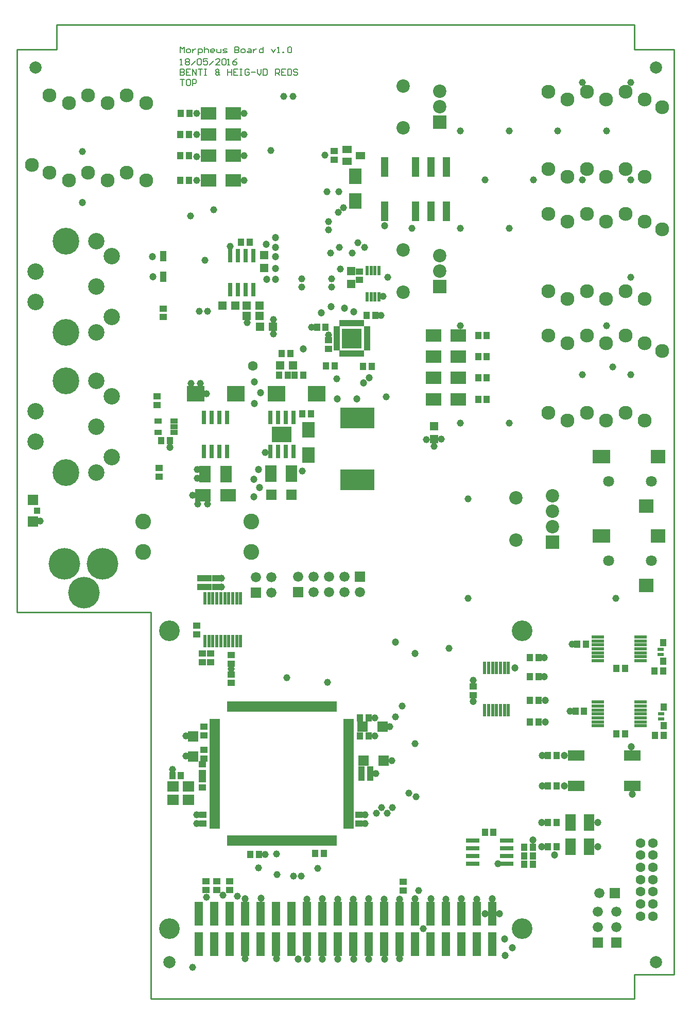
<source format=gts>
G04 Layer_Color=8388736*
%FSLAX25Y25*%
%MOIN*%
G70*
G01*
G75*
%ADD10C,0.03937*%
%ADD47C,0.00787*%
%ADD54C,0.01000*%
%ADD66C,0.06299*%
%ADD74C,0.07087*%
%ADD80C,0.07874*%
%ADD107R,0.03150X0.08661*%
%ADD108R,0.12992X0.10236*%
%ADD109R,0.22047X0.13780*%
%ADD110R,0.04587X0.03987*%
%ADD111R,0.03987X0.04587*%
%ADD112R,0.01969X0.06890*%
%ADD113R,0.06890X0.01969*%
%ADD114R,0.06693X0.06693*%
%ADD115R,0.04331X0.04331*%
%ADD116R,0.04331X0.04724*%
%ADD117R,0.03937X0.02362*%
%ADD118R,0.11187X0.10387*%
%ADD119R,0.06787X0.06787*%
%ADD120R,0.07187X0.10787*%
%ADD121R,0.05787X0.05787*%
%ADD122R,0.05787X0.05787*%
%ADD123R,0.06787X0.06787*%
%ADD124R,0.07874X0.10236*%
%ADD125R,0.06693X0.11024*%
%ADD126R,0.03937X0.07087*%
%ADD127R,0.10236X0.07874*%
%ADD128R,0.06299X0.04724*%
%ADD129R,0.10630X0.07087*%
%ADD130R,0.08661X0.03150*%
%ADD131R,0.02362X0.07874*%
%ADD132R,0.04724X0.03543*%
%ADD133R,0.07480X0.06693*%
%ADD134R,0.02362X0.06102*%
%ADD135R,0.09449X0.09055*%
%ADD136R,0.11417X0.09055*%
%ADD137R,0.07874X0.02362*%
%ADD138R,0.05787X0.15276*%
%ADD139R,0.03937X0.01969*%
%ADD140R,0.01969X0.03937*%
%ADD141R,0.12992X0.12992*%
%ADD142R,0.05158X0.12598*%
%ADD143C,0.20472*%
%ADD144C,0.08661*%
%ADD145R,0.08661X0.08661*%
%ADD146C,0.09055*%
%ADD147C,0.17323*%
%ADD148C,0.10630*%
%ADD149C,0.10236*%
%ADD150C,0.06587*%
%ADD151R,0.06587X0.06587*%
%ADD152R,0.06587X0.06587*%
%ADD153C,0.13386*%
%ADD154C,0.04528*%
%ADD155C,0.04724*%
D10*
X174409Y362008D02*
D03*
X168110D02*
D03*
Y367914D02*
D03*
X174409D02*
D03*
D47*
X105512Y611898D02*
Y615834D01*
X106824Y614522D01*
X108136Y615834D01*
Y611898D01*
X110103D02*
X111415D01*
X112071Y612554D01*
Y613866D01*
X111415Y614522D01*
X110103D01*
X109448Y613866D01*
Y612554D01*
X110103Y611898D01*
X113383Y614522D02*
Y611898D01*
Y613210D01*
X114039Y613866D01*
X114695Y614522D01*
X115351D01*
X117319Y610586D02*
Y614522D01*
X119287D01*
X119943Y613866D01*
Y612554D01*
X119287Y611898D01*
X117319D01*
X121255Y615834D02*
Y611898D01*
Y613866D01*
X121911Y614522D01*
X123223D01*
X123879Y613866D01*
Y611898D01*
X127158D02*
X125847D01*
X125190Y612554D01*
Y613866D01*
X125847Y614522D01*
X127158D01*
X127814Y613866D01*
Y613210D01*
X125190D01*
X129126Y614522D02*
Y612554D01*
X129782Y611898D01*
X131750D01*
Y614522D01*
X133062Y611898D02*
X135030D01*
X135686Y612554D01*
X135030Y613210D01*
X133718D01*
X133062Y613866D01*
X133718Y614522D01*
X135686D01*
X140934Y615834D02*
Y611898D01*
X142901D01*
X143557Y612554D01*
Y613210D01*
X142901Y613866D01*
X140934D01*
X142901D01*
X143557Y614522D01*
Y615178D01*
X142901Y615834D01*
X140934D01*
X145525Y611898D02*
X146837D01*
X147493Y612554D01*
Y613866D01*
X146837Y614522D01*
X145525D01*
X144869Y613866D01*
Y612554D01*
X145525Y611898D01*
X149461Y614522D02*
X150773D01*
X151429Y613866D01*
Y611898D01*
X149461D01*
X148805Y612554D01*
X149461Y613210D01*
X151429D01*
X152741Y614522D02*
Y611898D01*
Y613210D01*
X153397Y613866D01*
X154053Y614522D01*
X154709D01*
X159300Y615834D02*
Y611898D01*
X157332D01*
X156676Y612554D01*
Y613866D01*
X157332Y614522D01*
X159300D01*
X164548D02*
X165860Y611898D01*
X167172Y614522D01*
X168484Y611898D02*
X169796D01*
X169140D01*
Y615834D01*
X168484Y615178D01*
X171763Y611898D02*
Y612554D01*
X172419D01*
Y611898D01*
X171763D01*
X175043Y615178D02*
X175699Y615834D01*
X177011D01*
X177667Y615178D01*
Y612554D01*
X177011Y611898D01*
X175699D01*
X175043Y612554D01*
Y615178D01*
X105512Y603973D02*
X106824D01*
X106168D01*
Y607909D01*
X105512Y607253D01*
X108792D02*
X109448Y607909D01*
X110759D01*
X111415Y607253D01*
Y606597D01*
X110759Y605941D01*
X111415Y605285D01*
Y604629D01*
X110759Y603973D01*
X109448D01*
X108792Y604629D01*
Y605285D01*
X109448Y605941D01*
X108792Y606597D01*
Y607253D01*
X109448Y605941D02*
X110759D01*
X112727Y603973D02*
X115351Y606597D01*
X116663Y607253D02*
X117319Y607909D01*
X118631D01*
X119287Y607253D01*
Y604629D01*
X118631Y603973D01*
X117319D01*
X116663Y604629D01*
Y607253D01*
X123223Y607909D02*
X120599D01*
Y605941D01*
X121911Y606597D01*
X122567D01*
X123223Y605941D01*
Y604629D01*
X122567Y603973D01*
X121255D01*
X120599Y604629D01*
X124535Y603973D02*
X127158Y606597D01*
X131094Y603973D02*
X128470D01*
X131094Y606597D01*
Y607253D01*
X130438Y607909D01*
X129126D01*
X128470Y607253D01*
X132406D02*
X133062Y607909D01*
X134374D01*
X135030Y607253D01*
Y604629D01*
X134374Y603973D01*
X133062D01*
X132406Y604629D01*
Y607253D01*
X136342Y603973D02*
X137654D01*
X136998D01*
Y607909D01*
X136342Y607253D01*
X142245Y607909D02*
X140934Y607253D01*
X139622Y605941D01*
Y604629D01*
X140278Y603973D01*
X141589D01*
X142245Y604629D01*
Y605285D01*
X141589Y605941D01*
X139622D01*
X105512Y601296D02*
Y597361D01*
X107480D01*
X108136Y598017D01*
Y598673D01*
X107480Y599329D01*
X105512D01*
X107480D01*
X108136Y599985D01*
Y600640D01*
X107480Y601296D01*
X105512D01*
X112071D02*
X109448D01*
Y597361D01*
X112071D01*
X109448Y599329D02*
X110759D01*
X113383Y597361D02*
Y601296D01*
X116007Y597361D01*
Y601296D01*
X117319D02*
X119943D01*
X118631D01*
Y597361D01*
X121255Y601296D02*
X122567D01*
X121911D01*
Y597361D01*
X121255D01*
X122567D01*
X131094D02*
X130438Y598017D01*
X129782Y597361D01*
X129126D01*
X128470Y598017D01*
Y598673D01*
X129126Y599329D01*
X128470Y599985D01*
Y600640D01*
X129126Y601296D01*
X129782D01*
X130438Y600640D01*
Y599985D01*
X129782Y599329D01*
X130438Y598673D01*
Y598017D01*
X131094Y599329D02*
X130438Y598673D01*
X129126Y599329D02*
X129782D01*
X136342Y601296D02*
Y597361D01*
Y599329D01*
X138966D01*
Y601296D01*
Y597361D01*
X142901Y601296D02*
X140278D01*
Y597361D01*
X142901D01*
X140278Y599329D02*
X141589D01*
X144213Y601296D02*
X145525D01*
X144869D01*
Y597361D01*
X144213D01*
X145525D01*
X150117Y600640D02*
X149461Y601296D01*
X148149D01*
X147493Y600640D01*
Y598017D01*
X148149Y597361D01*
X149461D01*
X150117Y598017D01*
Y599329D01*
X148805D01*
X151429D02*
X154053D01*
X155365Y601296D02*
Y598673D01*
X156676Y597361D01*
X157988Y598673D01*
Y601296D01*
X159300D02*
Y597361D01*
X161268D01*
X161924Y598017D01*
Y600640D01*
X161268Y601296D01*
X159300D01*
X167172Y597361D02*
Y601296D01*
X169140D01*
X169796Y600640D01*
Y599329D01*
X169140Y598673D01*
X167172D01*
X168484D02*
X169796Y597361D01*
X173731Y601296D02*
X171107D01*
Y597361D01*
X173731D01*
X171107Y599329D02*
X172419D01*
X175043Y601296D02*
Y597361D01*
X177011D01*
X177667Y598017D01*
Y600640D01*
X177011Y601296D01*
X175043D01*
X181603Y600640D02*
X180947Y601296D01*
X179635D01*
X178979Y600640D01*
Y599985D01*
X179635Y599329D01*
X180947D01*
X181603Y598673D01*
Y598017D01*
X180947Y597361D01*
X179635D01*
X178979Y598017D01*
X105512Y594684D02*
X108136D01*
X106824D01*
Y590748D01*
X111415Y594684D02*
X110103D01*
X109448Y594028D01*
Y591404D01*
X110103Y590748D01*
X111415D01*
X112071Y591404D01*
Y594028D01*
X111415Y594684D01*
X113383Y590748D02*
Y594684D01*
X115351D01*
X116007Y594028D01*
Y592716D01*
X115351Y592060D01*
X113383D01*
D54*
X0Y250000D02*
X17717D01*
X0D02*
Y614173D01*
X25591D01*
Y622047D01*
Y629921D01*
X86614Y0D02*
X399606D01*
X86614D02*
Y250000D01*
X17717D02*
X86614D01*
X25591Y629921D02*
X399606D01*
Y614173D02*
Y629921D01*
X425197Y15748D02*
Y614173D01*
X399606D02*
X425197D01*
X399606Y13780D02*
Y15748D01*
X425197D01*
X399606Y0D02*
Y13780D01*
D66*
X403543Y92914D02*
D03*
Y85039D02*
D03*
Y77165D02*
D03*
Y69291D02*
D03*
X411417Y100787D02*
D03*
Y92914D02*
D03*
Y85039D02*
D03*
Y77165D02*
D03*
Y69291D02*
D03*
X403543Y100787D02*
D03*
X411417Y53543D02*
D03*
Y61417D02*
D03*
X403543Y53543D02*
D03*
Y61417D02*
D03*
X152362Y409449D02*
D03*
D74*
X410433Y334646D02*
D03*
X382874D02*
D03*
X410433Y283465D02*
D03*
X382874D02*
D03*
D80*
X11811Y602362D02*
D03*
X98425Y23622D02*
D03*
X413386Y602362D02*
D03*
Y23622D02*
D03*
D107*
X178760Y375985D02*
D03*
X173760D02*
D03*
X168760D02*
D03*
X163760D02*
D03*
Y353937D02*
D03*
X168760D02*
D03*
X173760D02*
D03*
X178760D02*
D03*
X137776Y458661D02*
D03*
X142776D02*
D03*
X147776D02*
D03*
X152776D02*
D03*
Y480709D02*
D03*
X147776D02*
D03*
X142776D02*
D03*
X137776D02*
D03*
X135846Y375984D02*
D03*
X130847D02*
D03*
X125847D02*
D03*
X120846D02*
D03*
Y353937D02*
D03*
X125847D02*
D03*
X130847D02*
D03*
X135846D02*
D03*
D108*
X171260Y364961D02*
D03*
D109*
X220079Y375591D02*
D03*
Y335827D02*
D03*
D110*
X129165Y70428D02*
D03*
Y76028D02*
D03*
X122047D02*
D03*
Y70428D02*
D03*
X137401Y70428D02*
D03*
Y76028D02*
D03*
X250000Y70035D02*
D03*
Y75635D02*
D03*
X120079Y118942D02*
D03*
Y113342D02*
D03*
X120866Y176028D02*
D03*
Y170428D02*
D03*
X120866Y155468D02*
D03*
Y161068D02*
D03*
X221260Y118942D02*
D03*
Y113342D02*
D03*
X119685Y151619D02*
D03*
Y146019D02*
D03*
X118898Y266491D02*
D03*
Y272091D02*
D03*
X123622Y266491D02*
D03*
Y272091D02*
D03*
X128347Y266491D02*
D03*
Y272091D02*
D03*
X201575Y420428D02*
D03*
Y426028D02*
D03*
X295276Y202013D02*
D03*
Y196413D02*
D03*
X119685Y136570D02*
D03*
Y142170D02*
D03*
X94488Y440901D02*
D03*
Y446501D02*
D03*
X125197Y217672D02*
D03*
Y223272D02*
D03*
X119685D02*
D03*
Y217672D02*
D03*
X116142Y241383D02*
D03*
Y235783D02*
D03*
X138583Y209887D02*
D03*
Y204287D02*
D03*
X138583Y216885D02*
D03*
Y222485D02*
D03*
X205142Y548304D02*
D03*
Y542704D02*
D03*
X91732Y343351D02*
D03*
Y337751D02*
D03*
X221654Y470517D02*
D03*
Y464917D02*
D03*
X90551Y384208D02*
D03*
Y389808D02*
D03*
D111*
X150743Y93307D02*
D03*
X156343D02*
D03*
X308312Y107874D02*
D03*
X302712D02*
D03*
X184601Y378346D02*
D03*
X190201D02*
D03*
X100350Y144488D02*
D03*
X105950D02*
D03*
X192869Y94095D02*
D03*
X198469D02*
D03*
X222003Y170079D02*
D03*
X227603D02*
D03*
X222791Y143307D02*
D03*
X228391D02*
D03*
X222791Y148031D02*
D03*
X228391D02*
D03*
X222003Y181890D02*
D03*
X227603D02*
D03*
X176816Y417323D02*
D03*
X171216D02*
D03*
X205556Y409449D02*
D03*
X199956D02*
D03*
X387751Y171260D02*
D03*
X393351D02*
D03*
X418548Y170473D02*
D03*
X412948D02*
D03*
X387751Y213780D02*
D03*
X393351D02*
D03*
X418154Y212205D02*
D03*
X412554D02*
D03*
X98863Y361023D02*
D03*
X93263D02*
D03*
X333903Y87008D02*
D03*
X328303D02*
D03*
X333902Y92520D02*
D03*
X328302D02*
D03*
X333902Y98032D02*
D03*
X328302D02*
D03*
X185083Y403346D02*
D03*
X179483D02*
D03*
X169641Y403346D02*
D03*
X175241D02*
D03*
X150438Y489370D02*
D03*
X144838D02*
D03*
X343657Y114173D02*
D03*
X349257D02*
D03*
X343657Y98425D02*
D03*
X349257D02*
D03*
X343657Y137795D02*
D03*
X349257D02*
D03*
X343657Y157480D02*
D03*
X349257D02*
D03*
X361373Y186221D02*
D03*
X366973D02*
D03*
X362554Y229528D02*
D03*
X368154D02*
D03*
X303981Y387795D02*
D03*
X298381D02*
D03*
X303981Y401575D02*
D03*
X298381D02*
D03*
X303981Y415354D02*
D03*
X298381D02*
D03*
X223972Y409055D02*
D03*
X229572D02*
D03*
X226334Y442126D02*
D03*
X231934D02*
D03*
X194050Y434252D02*
D03*
X199650D02*
D03*
X303981Y429134D02*
D03*
X298381D02*
D03*
X105468Y559055D02*
D03*
X111068D02*
D03*
X105468Y529528D02*
D03*
X111068D02*
D03*
X105861Y572835D02*
D03*
X111461D02*
D03*
X105468Y545275D02*
D03*
X111068D02*
D03*
X337446Y179134D02*
D03*
X331846D02*
D03*
X337446Y192913D02*
D03*
X331846D02*
D03*
X337446Y208268D02*
D03*
X331846D02*
D03*
X337446Y220866D02*
D03*
X331846D02*
D03*
D112*
X205709Y102362D02*
D03*
X203740D02*
D03*
X201772D02*
D03*
X199803D02*
D03*
X197835D02*
D03*
X195866D02*
D03*
X193898D02*
D03*
X191929D02*
D03*
X189961D02*
D03*
X187992D02*
D03*
X186024D02*
D03*
X184055D02*
D03*
X182087D02*
D03*
X180118D02*
D03*
X178150D02*
D03*
X176181D02*
D03*
X174213D02*
D03*
X172244D02*
D03*
X170276D02*
D03*
X168307D02*
D03*
X166339D02*
D03*
X164370D02*
D03*
X162402D02*
D03*
X160433D02*
D03*
X158465D02*
D03*
X156496D02*
D03*
X154528D02*
D03*
X152559D02*
D03*
X150591D02*
D03*
X148622D02*
D03*
X146653D02*
D03*
X144685D02*
D03*
X142717D02*
D03*
X140748D02*
D03*
X138779D02*
D03*
X136811D02*
D03*
Y188976D02*
D03*
X138779D02*
D03*
X140748D02*
D03*
X142717D02*
D03*
X144685D02*
D03*
X146653D02*
D03*
X148622D02*
D03*
X150591D02*
D03*
X152559D02*
D03*
X154528D02*
D03*
X156496D02*
D03*
X158465D02*
D03*
X160433D02*
D03*
X162402D02*
D03*
X164370D02*
D03*
X166339D02*
D03*
X168307D02*
D03*
X170276D02*
D03*
X172244D02*
D03*
X174213D02*
D03*
X176181D02*
D03*
X178150D02*
D03*
X180118D02*
D03*
X182087D02*
D03*
X184055D02*
D03*
X186024D02*
D03*
X187992D02*
D03*
X189961D02*
D03*
X191929D02*
D03*
X193898D02*
D03*
X195866D02*
D03*
X197835D02*
D03*
X199803D02*
D03*
X201772D02*
D03*
X203740D02*
D03*
X205709D02*
D03*
D113*
X127953Y111221D02*
D03*
Y113189D02*
D03*
Y115157D02*
D03*
Y117126D02*
D03*
Y119095D02*
D03*
Y121063D02*
D03*
Y123031D02*
D03*
Y125000D02*
D03*
Y126969D02*
D03*
Y128937D02*
D03*
Y130905D02*
D03*
Y132874D02*
D03*
Y134843D02*
D03*
Y136811D02*
D03*
Y138779D02*
D03*
Y140748D02*
D03*
Y142717D02*
D03*
Y144685D02*
D03*
Y146653D02*
D03*
Y148622D02*
D03*
Y150591D02*
D03*
Y152559D02*
D03*
Y154527D02*
D03*
Y156496D02*
D03*
Y158465D02*
D03*
Y160433D02*
D03*
Y162401D02*
D03*
Y164370D02*
D03*
Y166339D02*
D03*
Y168307D02*
D03*
Y170275D02*
D03*
Y172244D02*
D03*
Y174213D02*
D03*
Y176181D02*
D03*
Y178149D02*
D03*
Y180118D02*
D03*
X214567D02*
D03*
Y178149D02*
D03*
Y176181D02*
D03*
Y174213D02*
D03*
Y172244D02*
D03*
Y170275D02*
D03*
Y168307D02*
D03*
Y166339D02*
D03*
Y164370D02*
D03*
Y162401D02*
D03*
Y160433D02*
D03*
Y158465D02*
D03*
Y156496D02*
D03*
Y154527D02*
D03*
Y152559D02*
D03*
Y150591D02*
D03*
Y148622D02*
D03*
Y146653D02*
D03*
Y144685D02*
D03*
Y142717D02*
D03*
Y140748D02*
D03*
Y138779D02*
D03*
Y136811D02*
D03*
Y134843D02*
D03*
Y132874D02*
D03*
Y130905D02*
D03*
Y128937D02*
D03*
Y126969D02*
D03*
Y125000D02*
D03*
Y123031D02*
D03*
Y121063D02*
D03*
Y119095D02*
D03*
Y117126D02*
D03*
Y115157D02*
D03*
Y113189D02*
D03*
Y111221D02*
D03*
D114*
X10236Y308858D02*
D03*
Y322638D02*
D03*
D115*
X12795Y315748D02*
D03*
D116*
X418110Y218504D02*
D03*
Y230315D02*
D03*
X418504Y176772D02*
D03*
Y188583D02*
D03*
D117*
X416535Y222835D02*
D03*
Y225984D02*
D03*
X416929Y181102D02*
D03*
Y184252D02*
D03*
D118*
X193709Y391339D02*
D03*
X167709D02*
D03*
X141347Y391339D02*
D03*
X115347D02*
D03*
D119*
X164366Y325984D02*
D03*
X177366D02*
D03*
X237209Y153937D02*
D03*
X224209D02*
D03*
X236421Y175984D02*
D03*
X223421D02*
D03*
D120*
X177616Y339764D02*
D03*
X164116D02*
D03*
X135097Y339370D02*
D03*
X121597D02*
D03*
D121*
X159843Y480972D02*
D03*
Y472572D02*
D03*
X269685Y361942D02*
D03*
Y370342D02*
D03*
X216142Y470735D02*
D03*
Y462335D02*
D03*
D122*
X156956Y441732D02*
D03*
X148556D02*
D03*
X156956Y448425D02*
D03*
X148556D02*
D03*
X132808D02*
D03*
X141208D02*
D03*
X157217Y434646D02*
D03*
X165617D02*
D03*
X178609Y409842D02*
D03*
X170209D02*
D03*
D123*
X113780Y169886D02*
D03*
Y156886D02*
D03*
D124*
X188583Y367913D02*
D03*
Y351771D02*
D03*
X219000Y515929D02*
D03*
Y532071D02*
D03*
D125*
X358268Y114173D02*
D03*
X370079D02*
D03*
X358268Y98425D02*
D03*
X370079D02*
D03*
D126*
X94488Y480315D02*
D03*
Y466929D02*
D03*
D127*
X120276Y325590D02*
D03*
X136417D02*
D03*
X269488Y401575D02*
D03*
X285630D02*
D03*
X269488Y387795D02*
D03*
X285630D02*
D03*
X269488Y429134D02*
D03*
X285630D02*
D03*
X269488Y415354D02*
D03*
X285630D02*
D03*
X139961Y529528D02*
D03*
X123819D02*
D03*
X139961Y559055D02*
D03*
X123819D02*
D03*
X139961Y545275D02*
D03*
X123819D02*
D03*
X139961Y572835D02*
D03*
X123819D02*
D03*
D128*
X222071Y545504D02*
D03*
X213409Y541764D02*
D03*
Y549244D02*
D03*
D129*
X361811Y137795D02*
D03*
X398031D02*
D03*
X361811Y157480D02*
D03*
X398031D02*
D03*
D130*
X294882Y102382D02*
D03*
Y97382D02*
D03*
Y92382D02*
D03*
Y87382D02*
D03*
X316929D02*
D03*
Y92382D02*
D03*
Y97382D02*
D03*
Y102382D02*
D03*
D131*
X121553Y231495D02*
D03*
X124112D02*
D03*
X126672D02*
D03*
X129231D02*
D03*
X121553Y259054D02*
D03*
X124112D02*
D03*
X126672D02*
D03*
X129231D02*
D03*
X131790D02*
D03*
X134349D02*
D03*
X136908D02*
D03*
X139467D02*
D03*
X142026D02*
D03*
X144585D02*
D03*
Y231495D02*
D03*
X142026D02*
D03*
X139467D02*
D03*
X136908D02*
D03*
X134349D02*
D03*
X131790D02*
D03*
X317912Y186613D02*
D03*
Y214172D02*
D03*
X302557Y186613D02*
D03*
X305117D02*
D03*
X307676D02*
D03*
X310234D02*
D03*
X302557Y214172D02*
D03*
X305117D02*
D03*
X307676D02*
D03*
X310234D02*
D03*
X312793D02*
D03*
X315353D02*
D03*
Y186613D02*
D03*
X312793D02*
D03*
D132*
X101575Y373819D02*
D03*
Y366338D02*
D03*
Y370079D02*
D03*
X91339Y373819D02*
D03*
Y366338D02*
D03*
D133*
X110905Y128740D02*
D03*
X100905D02*
D03*
Y137402D02*
D03*
X110905D02*
D03*
D134*
X226477Y471063D02*
D03*
X229035D02*
D03*
X231594D02*
D03*
X234154D02*
D03*
Y454134D02*
D03*
X231594D02*
D03*
X229035D02*
D03*
X226477D02*
D03*
D135*
X414764Y350590D02*
D03*
X407283Y318701D02*
D03*
X414764Y299410D02*
D03*
X407283Y267520D02*
D03*
D136*
X378150Y350590D02*
D03*
Y299410D02*
D03*
D137*
X403543Y234055D02*
D03*
X375984D02*
D03*
X403543Y218701D02*
D03*
Y221260D02*
D03*
Y223819D02*
D03*
Y226378D02*
D03*
X375984Y218701D02*
D03*
Y221260D02*
D03*
Y223819D02*
D03*
Y226378D02*
D03*
Y228937D02*
D03*
Y231496D02*
D03*
X403543D02*
D03*
Y228937D02*
D03*
Y191929D02*
D03*
X375984D02*
D03*
X403543Y176575D02*
D03*
Y179134D02*
D03*
Y181693D02*
D03*
Y184252D02*
D03*
X375984Y176575D02*
D03*
Y179134D02*
D03*
Y181693D02*
D03*
Y184252D02*
D03*
Y186811D02*
D03*
Y189370D02*
D03*
X403543D02*
D03*
Y186811D02*
D03*
D138*
X117598Y35531D02*
D03*
Y55020D02*
D03*
X127599Y35531D02*
D03*
Y55020D02*
D03*
X137599Y35531D02*
D03*
Y55020D02*
D03*
X147599Y35531D02*
D03*
Y55020D02*
D03*
X157598Y35531D02*
D03*
Y55020D02*
D03*
X167598Y35531D02*
D03*
Y55020D02*
D03*
X177599Y35531D02*
D03*
Y55020D02*
D03*
X187599Y35531D02*
D03*
Y55020D02*
D03*
X197599Y35531D02*
D03*
Y55020D02*
D03*
X207598Y35531D02*
D03*
Y55020D02*
D03*
X217599Y35531D02*
D03*
Y55020D02*
D03*
X227599Y35531D02*
D03*
Y55020D02*
D03*
X237598Y35531D02*
D03*
Y55020D02*
D03*
X247599Y35531D02*
D03*
Y55020D02*
D03*
X257598Y35531D02*
D03*
Y55020D02*
D03*
X267599Y35531D02*
D03*
Y55020D02*
D03*
X277599Y35531D02*
D03*
Y55020D02*
D03*
X287598Y35531D02*
D03*
Y55020D02*
D03*
X297599Y35531D02*
D03*
Y55020D02*
D03*
X307598Y35531D02*
D03*
Y55020D02*
D03*
D139*
X226378Y420275D02*
D03*
Y422244D02*
D03*
Y424213D02*
D03*
Y426181D02*
D03*
Y428150D02*
D03*
Y430118D02*
D03*
Y432087D02*
D03*
Y434055D02*
D03*
X206693D02*
D03*
Y432087D02*
D03*
Y430118D02*
D03*
Y428150D02*
D03*
Y426181D02*
D03*
Y424213D02*
D03*
Y422244D02*
D03*
Y420275D02*
D03*
D140*
X223425Y437008D02*
D03*
X221457D02*
D03*
X219488D02*
D03*
X217520D02*
D03*
X215551D02*
D03*
X213583D02*
D03*
X211614D02*
D03*
X209646D02*
D03*
Y417323D02*
D03*
X211614D02*
D03*
X213583D02*
D03*
X215551D02*
D03*
X217520D02*
D03*
X219488D02*
D03*
X221457D02*
D03*
X223425D02*
D03*
D141*
X216535Y427165D02*
D03*
D142*
X237874Y537972D02*
D03*
X257874D02*
D03*
X267874D02*
D03*
X277874D02*
D03*
Y509272D02*
D03*
X267874D02*
D03*
X257874D02*
D03*
X237874D02*
D03*
D143*
X43307Y262598D02*
D03*
X30512Y281496D02*
D03*
X55118D02*
D03*
D144*
X250000Y457008D02*
D03*
Y484252D02*
D03*
X273622Y480630D02*
D03*
Y470630D02*
D03*
X250000Y563307D02*
D03*
Y590551D02*
D03*
X273622Y586929D02*
D03*
Y576929D02*
D03*
X346457Y325276D02*
D03*
Y305276D02*
D03*
Y315276D02*
D03*
X322835Y323898D02*
D03*
Y296654D02*
D03*
D145*
X273622Y460630D02*
D03*
Y566929D02*
D03*
X346457Y295276D02*
D03*
D146*
X33465Y579528D02*
D03*
X58464D02*
D03*
X83464D02*
D03*
Y529528D02*
D03*
X58464D02*
D03*
X33465D02*
D03*
X9646Y539528D02*
D03*
X45945Y534527D02*
D03*
X70945D02*
D03*
Y584527D02*
D03*
X45945D02*
D03*
X20968D02*
D03*
Y534527D02*
D03*
X393701Y457874D02*
D03*
X368701D02*
D03*
X343701D02*
D03*
Y507874D02*
D03*
X368701D02*
D03*
X393701D02*
D03*
X417520Y497874D02*
D03*
X381220Y502874D02*
D03*
X356220D02*
D03*
Y452874D02*
D03*
X381220D02*
D03*
X406197D02*
D03*
Y502874D02*
D03*
X393701Y536614D02*
D03*
X368701D02*
D03*
X343701D02*
D03*
Y586614D02*
D03*
X368701D02*
D03*
X393701D02*
D03*
X417520Y576614D02*
D03*
X381220Y581614D02*
D03*
X356220D02*
D03*
Y531614D02*
D03*
X381220D02*
D03*
X406197D02*
D03*
Y581614D02*
D03*
X393701Y379134D02*
D03*
X368701D02*
D03*
X343701D02*
D03*
Y429134D02*
D03*
X368701D02*
D03*
X393701D02*
D03*
X417520Y419134D02*
D03*
X381220Y424134D02*
D03*
X356220D02*
D03*
Y374134D02*
D03*
X381220D02*
D03*
X406197D02*
D03*
Y424134D02*
D03*
D147*
X31496Y399606D02*
D03*
Y340551D02*
D03*
Y490158D02*
D03*
Y431102D02*
D03*
D148*
X61023Y389764D02*
D03*
Y350394D02*
D03*
X51181Y399606D02*
D03*
Y370079D02*
D03*
Y340551D02*
D03*
X11811Y360236D02*
D03*
Y379921D02*
D03*
X61023Y480315D02*
D03*
Y440945D02*
D03*
X51181Y490158D02*
D03*
Y460630D02*
D03*
Y431102D02*
D03*
X11811Y450788D02*
D03*
Y470472D02*
D03*
D149*
X81495Y308664D02*
D03*
X151573D02*
D03*
Y288979D02*
D03*
X81495D02*
D03*
D150*
X375984Y56457D02*
D03*
Y46457D02*
D03*
X387795Y56457D02*
D03*
Y46457D02*
D03*
X376890Y68504D02*
D03*
X164449Y262717D02*
D03*
X154449Y272717D02*
D03*
X164449D02*
D03*
X181968Y273110D02*
D03*
X191969Y263110D02*
D03*
Y273110D02*
D03*
X201969Y263110D02*
D03*
Y273110D02*
D03*
X211968Y263110D02*
D03*
Y273110D02*
D03*
X221969Y263110D02*
D03*
D151*
X375984Y36457D02*
D03*
X387795D02*
D03*
X154449Y262717D02*
D03*
D152*
X386890Y68504D02*
D03*
X181968Y263110D02*
D03*
X221969Y273110D02*
D03*
D153*
X326772Y45276D02*
D03*
Y238189D02*
D03*
X98425D02*
D03*
Y45276D02*
D03*
D154*
X397244Y592815D02*
D03*
X381496Y561319D02*
D03*
X397244Y529823D02*
D03*
Y466831D02*
D03*
X381496Y435335D02*
D03*
X397244Y403839D02*
D03*
X365748Y592815D02*
D03*
X350000Y561319D02*
D03*
X365748Y529823D02*
D03*
Y403839D02*
D03*
X318504Y561319D02*
D03*
X334252Y529823D02*
D03*
X318504Y498327D02*
D03*
Y372342D02*
D03*
X287008Y561319D02*
D03*
X302756Y529823D02*
D03*
X287008Y498327D02*
D03*
Y435335D02*
D03*
Y372342D02*
D03*
X255512Y498327D02*
D03*
X239764Y466831D02*
D03*
X232087Y145669D02*
D03*
X122441Y391437D02*
D03*
X311024Y87402D02*
D03*
X123228Y320079D02*
D03*
X116929D02*
D03*
X113386Y325591D02*
D03*
X201575Y429528D02*
D03*
X178346Y583857D02*
D03*
X172441Y583858D02*
D03*
X146850Y529528D02*
D03*
Y545275D02*
D03*
Y559055D02*
D03*
X146850Y572835D02*
D03*
X117717Y444882D02*
D03*
X123228D02*
D03*
X137795Y486614D02*
D03*
X148819Y437402D02*
D03*
X165748Y429921D02*
D03*
Y439370D02*
D03*
X112409Y398031D02*
D03*
X118405Y398031D02*
D03*
X295276Y205906D02*
D03*
X357874Y186221D02*
D03*
X359055Y229528D02*
D03*
X257480Y164961D02*
D03*
X253543Y133071D02*
D03*
X211024Y511811D02*
D03*
X208071Y522047D02*
D03*
X207961Y508749D02*
D03*
X258268Y130709D02*
D03*
X42126Y548032D02*
D03*
X385433Y408661D02*
D03*
X220374Y489075D02*
D03*
X224803Y486221D02*
D03*
X184646Y341339D02*
D03*
X160630Y353543D02*
D03*
X206693Y401181D02*
D03*
X116535Y336614D02*
D03*
Y342520D02*
D03*
X201575Y497244D02*
D03*
Y502756D02*
D03*
X209055Y472046D02*
D03*
X264961Y361811D02*
D03*
X269685Y357480D02*
D03*
X274410Y362205D02*
D03*
X237008Y454331D02*
D03*
X235433Y442126D02*
D03*
X203543Y460236D02*
D03*
Y465748D02*
D03*
X184252Y460236D02*
D03*
Y465748D02*
D03*
X190551Y434252D02*
D03*
X199212Y545668D02*
D03*
X127165Y510236D02*
D03*
X112205Y506298D02*
D03*
X216929Y482282D02*
D03*
X202756Y482283D02*
D03*
X208661Y486221D02*
D03*
X164173Y548819D02*
D03*
X116142Y529528D02*
D03*
Y544882D02*
D03*
Y559055D02*
D03*
Y572835D02*
D03*
X121653Y477559D02*
D03*
X262992Y45276D02*
D03*
X242885Y123622D02*
D03*
X239405Y120142D02*
D03*
X232445D02*
D03*
X235925Y123622D02*
D03*
X138583Y213386D02*
D03*
X132283Y272047D02*
D03*
Y266535D02*
D03*
X100394Y148425D02*
D03*
X116142Y113386D02*
D03*
Y118898D02*
D03*
X109055Y170079D02*
D03*
Y157087D02*
D03*
X241339Y175984D02*
D03*
X174409Y207874D02*
D03*
X200787Y204724D02*
D03*
X231496Y170079D02*
D03*
Y181890D02*
D03*
X225197Y113386D02*
D03*
Y118898D02*
D03*
X242520Y153937D02*
D03*
X259842Y70079D02*
D03*
X194488Y84252D02*
D03*
X142520Y66535D02*
D03*
X183858Y79528D02*
D03*
X178740D02*
D03*
X133071Y66929D02*
D03*
X122441Y65748D02*
D03*
X156299Y84645D02*
D03*
X160630Y93307D02*
D03*
X167717Y93701D02*
D03*
X200641Y522047D02*
D03*
X238976Y389370D02*
D03*
X244882Y182283D02*
D03*
X249213Y189370D02*
D03*
X168110Y80315D02*
D03*
X113386Y20472D02*
D03*
X279528Y226772D02*
D03*
X387402Y259055D02*
D03*
X291732D02*
D03*
Y323228D02*
D03*
X15000Y309000D02*
D03*
D155*
X219685Y424016D02*
D03*
X213386D02*
D03*
X219685Y430315D02*
D03*
X213386D02*
D03*
X167323Y465354D02*
D03*
X161417Y465354D02*
D03*
X167323Y472441D02*
D03*
Y479921D02*
D03*
X167323Y486221D02*
D03*
X167323Y492520D02*
D03*
X161024Y488189D02*
D03*
X227953Y401575D02*
D03*
X287598Y64764D02*
D03*
X257480Y223228D02*
D03*
X224016Y398425D02*
D03*
X297599Y64528D02*
D03*
X87402Y479921D02*
D03*
X98819Y356693D02*
D03*
X341732Y179134D02*
D03*
X42126Y514961D02*
D03*
X185039Y420472D02*
D03*
X207087Y388189D02*
D03*
X219685D02*
D03*
X153543Y385039D02*
D03*
X157480Y392126D02*
D03*
X153543Y399213D02*
D03*
X153150Y324803D02*
D03*
X156693Y330709D02*
D03*
X153150Y336221D02*
D03*
X156299Y342520D02*
D03*
X217717Y444488D02*
D03*
X211811Y446850D02*
D03*
X203150Y447638D02*
D03*
X196850Y443701D02*
D03*
X217599Y64449D02*
D03*
X207598Y64449D02*
D03*
X197638Y64567D02*
D03*
X157874Y64960D02*
D03*
X375984Y98425D02*
D03*
Y114173D02*
D03*
X354331Y137795D02*
D03*
Y157480D02*
D03*
X237795Y25591D02*
D03*
X187599Y64370D02*
D03*
X267717Y64567D02*
D03*
X187795Y25591D02*
D03*
X197638D02*
D03*
X207480D02*
D03*
X217717D02*
D03*
X227559D02*
D03*
X341732Y192913D02*
D03*
X341339Y220866D02*
D03*
X341338Y208268D02*
D03*
X295276Y192520D02*
D03*
X322046Y214172D02*
D03*
X277599Y64527D02*
D03*
X227559Y64567D02*
D03*
X257480D02*
D03*
X247599Y64528D02*
D03*
X237598Y64370D02*
D03*
X87795Y466929D02*
D03*
X347987Y92958D02*
D03*
X333858Y102756D02*
D03*
X339370Y114173D02*
D03*
Y98425D02*
D03*
X397638Y162992D02*
D03*
X398031Y132283D02*
D03*
X339764Y157480D02*
D03*
Y137795D02*
D03*
X181890Y25591D02*
D03*
X147638Y25984D02*
D03*
Y64567D02*
D03*
X247638Y25984D02*
D03*
X167717D02*
D03*
X312205Y55118D02*
D03*
X302756D02*
D03*
X315354Y38583D02*
D03*
X320472Y33071D02*
D03*
X315748Y27953D02*
D03*
X307480Y64567D02*
D03*
X244882Y230709D02*
D03*
X237921Y500079D02*
D03*
M02*

</source>
